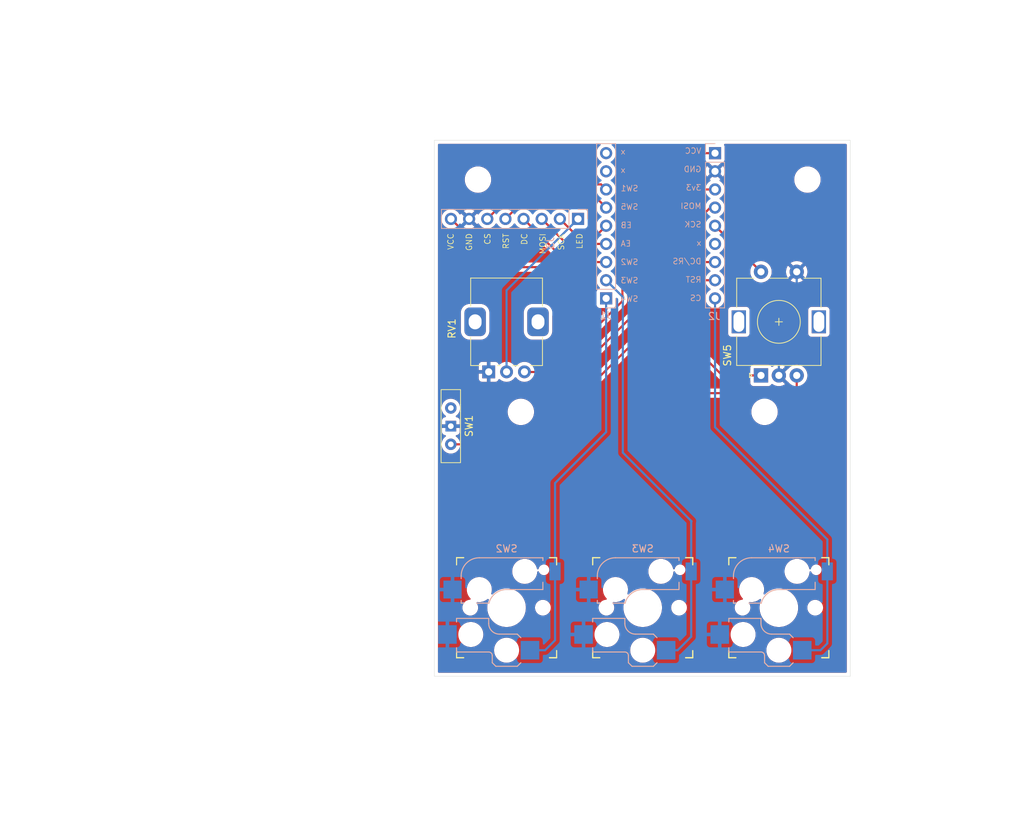
<source format=kicad_pcb>
(kicad_pcb (version 20241229) (generator "pcbnew") (generator_version "9.0")
  (layers (0 "F.Cu" signal) (2 "B.Cu" signal) (13 "F.Paste" user) (15 "B.Paste" user) (5 "F.SilkS" user "F.Silkscreen") (7 "B.SilkS" user "B.Silkscreen") (1 "F.Mask" user) (3 "B.Mask" user) (25 "Edge.Cuts" user))
  (net 0 "")
  (net 1 "GND")
  (net 2 "+5V")
  (net 4 "P5")
  (net 5 "P2")
  (net 6 "RX")
  (net 7 "TX")
  (net 8 "3v3")
  (net 9 "P3")
  (net 10 "P4")
  (net 11 "P7")
  (net 12 "P1")
  (net 13 "P8")
  (net 14 "P13")
  (net 15 "P11")
  (net 16 "P12")
  (net 17 "P9")
  (net 18 "P10")
  (net 19 "P6")
  (net 20 "LED")
  (footprint "MountingHole:MountingHole_3.2mm_M3" (layer "F.Cu") (at 173.9 70)
    (property "Reference" "REF**" (hide yes))
    (property "Value" "MountingHole_3.2mm_M3")
    (pad "" np_thru_hole circle (at 0 0) (size 3.2 3.2) (drill 3.2) (layers "*.Cu" "*.Mask"))
  )
  (footprint "MountingHole:MountingHole_3.2mm_M3" (layer "F.Cu") (at 208 70)
    (property "Reference" "REF**" (hide yes))
    (property "Value" "MountingHole_3.2mm_M3")
    (pad "" np_thru_hole circle (at 0 0) (size 3.2 3.2) (drill 3.2) (layers "*.Cu" "*.Mask"))
  )
  (footprint "MountingHole:MountingHole_3.2mm_M3" (layer "F.Cu") (at 214 37.5)
    (property "Reference" "REF**" (hide yes))
    (property "Value" "MountingHole_3.2mm_M3")
    (pad "" np_thru_hole circle (at 0 0) (size 3.2 3.2) (drill 3.2) (layers "*.Cu" "*.Mask"))
  )
  (footprint "keyswitches:Kailh_socket_MX_PG1350" (layer "F.Cu") (at 210 97.4)
    (property "Reference" "SW4" (at 0 -8.255 0) (layer "B.SilkS") (effects (justify mirror)))
    (property "Value" "Next")
    (fp_line (start -7 -6) (end -7 -7) (stroke (width 0.15)) (layer "F.SilkS"))
    (fp_line (start -7 -6) (end -7 -7) (stroke (width 0.15)) (layer "F.SilkS"))
    (fp_line (start -7 7) (end -7 6) (stroke (width 0.15)) (layer "F.SilkS"))
    (fp_line (start -7 7) (end -7 6) (stroke (width 0.15)) (layer "F.SilkS"))
    (fp_line (start -7 7) (end -6 7) (stroke (width 0.15)) (layer "F.SilkS"))
    (fp_line (start -7 7) (end -6 7) (stroke (width 0.15)) (layer "F.SilkS"))
    (fp_line (start -6 -7) (end -7 -7) (stroke (width 0.15)) (layer "F.SilkS"))
    (fp_line (start -6 -7) (end -7 -7) (stroke (width 0.15)) (layer "F.SilkS"))
    (fp_line (start 6 7) (end 7 7) (stroke (width 0.15)) (layer "F.SilkS"))
    (fp_line (start 6 7) (end 7 7) (stroke (width 0.15)) (layer "F.SilkS"))
    (fp_line (start 7 -7) (end 6 -7) (stroke (width 0.15)) (layer "F.SilkS"))
    (fp_line (start 7 -7) (end 6 -7) (stroke (width 0.15)) (layer "F.SilkS"))
    (fp_line (start 7 -7) (end 7 -6) (stroke (width 0.15)) (layer "F.SilkS"))
    (fp_line (start 7 -7) (end 7 -6) (stroke (width 0.15)) (layer "F.SilkS"))
    (fp_line (start 7 6) (end 7 7) (stroke (width 0.15)) (layer "F.SilkS"))
    (fp_line (start 7 6) (end 7 7) (stroke (width 0.15)) (layer "F.SilkS"))
    (fp_line (start 7 7) (end 6 7) (stroke (width 0.15)) (layer "F.SilkS"))
    (fp_line (start -7 1.5) (end -7 2) (stroke (width 0.15)) (layer "B.SilkS"))
    (fp_line (start -7 5.6) (end -7 6.2) (stroke (width 0.15)) (layer "B.SilkS"))
    (fp_line (start -7 6.2) (end -2.5 6.2) (stroke (width 0.15)) (layer "B.SilkS"))
    (fp_line (start -6.35 -4.445) (end -6.35 -4.064) (stroke (width 0.15)) (layer "B.SilkS"))
    (fp_line (start -6.35 -1.016) (end -6.35 -0.635) (stroke (width 0.15)) (layer "B.SilkS"))
    (fp_line (start -5.969 -0.635) (end -6.35 -0.635) (stroke (width 0.15)) (layer "B.SilkS"))
    (fp_line (start -3.81 -6.985) (end 5.08 -6.985) (stroke (width 0.15)) (layer "B.SilkS"))
    (fp_line (start -2.5 1.5) (end -7 1.5) (stroke (width 0.15)) (layer "B.SilkS"))
    (fp_line (start -2.5 2.2) (end -2.5 1.5) (stroke (width 0.15)) (layer "B.SilkS"))
    (fp_line (start -2.464162 -0.635) (end -4.191 -0.635) (stroke (width 0.15)) (layer "B.SilkS"))
    (fp_line (start -2 6.7) (end -2 7.7) (stroke (width 0.15)) (layer "B.SilkS"))
    (fp_line (start -1.5 8.2) (end -2 7.7) (stroke (width 0.15)) (layer "B.SilkS"))
    (fp_line (start 1.5 3.7) (end -1 3.7) (stroke (width 0.15)) (layer "B.SilkS"))
    (fp_line (start 1.5 8.2) (end -1.5 8.2) (stroke (width 0.15)) (layer "B.SilkS"))
    (fp_line (start 2 4.2) (end 1.5 3.7) (stroke (width 0.15)) (layer "B.SilkS"))
    (fp_line (start 2 7.7) (end 1.5 8.2) (stroke (width 0.15)) (layer "B.SilkS"))
    (fp_line (start 5.08 -6.985) (end 5.08 -6.604) (stroke (width 0.15)) (layer "B.SilkS"))
    (fp_line (start 5.08 -3.556) (end 5.08 -2.54) (stroke (width 0.15)) (layer "B.SilkS"))
    (fp_line (start 5.08 -2.54) (end 0 -2.54) (stroke (width 0.15)) (layer "B.SilkS"))
    (fp_arc (start -6.35 -4.445) (mid -5.606051 -6.241051) (end -3.81 -6.985) (stroke (width 0.15)) (layer "B.SilkS"))
    (fp_arc (start -2.5 6.2) (mid -2.146447 6.346447) (end -2 6.7) (stroke (width 0.15)) (layer "B.SilkS"))
    (fp_arc (start -2.464162 -0.61604) (mid -1.563147 -2.002042) (end 0 -2.54) (stroke (width 0.15)) (layer "B.SilkS"))
    (fp_arc (start -1 3.7) (mid -2.06066 3.26066) (end -2.5 2.2) (stroke (width 0.15)) (layer "B.SilkS"))
    (pad "" np_thru_hole circle (at -5.08 0) (size 1.7018 1.7018) (drill 1.7018) (layers "*.Cu" "*.Mask"))
    (pad "" np_thru_hole circle (at -5 3.75) (size 3 3) (drill 3) (layers "*.Cu" "*.Mask"))
    (pad "" np_thru_hole circle (at -3.81 -2.54) (size 3 3) (drill 3) (layers "*.Cu" "*.Mask"))
    (pad "" np_thru_hole circle (at 0 0) (size 4.9 4.9) (drill 4.9) (layers "*.Cu" "*.Mask"))
    (pad "" np_thru_hole circle (at 0 5.95) (size 3 3) (drill 3) (layers "*.Cu" "*.Mask"))
    (pad "" np_thru_hole circle (at 2.54 -5.08) (size 3 3) (drill 3) (layers "*.Cu" "*.Mask"))
    (pad "" np_thru_hole circle (at 5.08 0) (size 1.7018 1.7018) (drill 1.7018) (layers "*.Cu" "*.Mask"))
    (pad "" np_thru_hole circle (at 5.22 -5.3) (size 0.9906 0.9906) (drill 0.9906) (layers "*.Cu" "*.Mask"))
    (pad "1" smd rect (at 3.275 5.95) (size 2.6 2.6) (layers "B.Cu" "B.Mask" "B.Paste") (net 19 "P6"))
    (pad "1" smd rect (at 6.7825 -5.08) (size 1.565 2.5) (layers "B.Cu" "B.Mask" "B.Paste") (net 19 "P6"))
    (pad "2" smd rect (at -8.275 3.75) (size 2.6 2.6) (layers "B.Cu" "B.Mask" "B.Paste") (net 1 "GND"))
    (pad "2" smd rect (at -7.56 -2.54) (size 2.55 2.5) (layers "B.Cu" "B.Mask" "B.Paste") (net 1 "GND"))
  )
  (footprint "MountingHole:MountingHole_3.2mm_M3" (layer "F.Cu") (at 167.9 37.5)
    (property "Reference" "REF**" (hide yes))
    (property "Value" "MountingHole_3.2mm_M3")
    (pad "" np_thru_hole circle (at 0 0) (size 3.2 3.2) (drill 3.2) (layers "*.Cu" "*.Mask"))
  )
  (footprint "Potentiometer_THT:Potentiometer_Alps_RK09K_Single_Vertical" (layer "F.Cu") (at 169.4 64.4 90)
    (property "Reference" "RV1" (at 6.05 -5.15 90) (layer "F.SilkS"))
    (property "Value" "R_Potentiometer")
    (fp_line (start 13.12 -2.521) (end 13.12 7.52) (stroke (width 0.12)) (layer "F.SilkS"))
    (fp_line (start 9.184 -2.521) (end 13.12 -2.521) (stroke (width 0.12)) (layer "F.SilkS"))
    (fp_line (start 0.88 -2.521) (end 4.817 -2.521) (stroke (width 0.12)) (layer "F.SilkS"))
    (fp_line (start 0.88 -2.521) (end 0.88 -1.2) (stroke (width 0.12)) (layer "F.SilkS"))
    (fp_line (start 0.88 1.25) (end 0.88 1.63) (stroke (width 0.12)) (layer "F.SilkS"))
    (fp_line (start 0.88 3.371) (end 0.88 4.13) (stroke (width 0.12)) (layer "F.SilkS"))
    (fp_line (start 0.88 5.87) (end 0.88 7.52) (stroke (width 0.12)) (layer "F.SilkS"))
    (fp_line (start 9.184 7.52) (end 13.12 7.52) (stroke (width 0.12)) (layer "F.SilkS"))
    (fp_line (start 0.88 7.52) (end 4.817 7.52) (stroke (width 0.12)) (layer "F.SilkS"))
    (pad "1" thru_hole rect (at 0 0 90) (size 1.8 1.8) (drill 1) (layers "*.Cu" "*.Mask") (net 1 "GND"))
    (pad "2" thru_hole circle (at 0 2.5 90) (size 1.8 1.8) (drill 1) (layers "*.Cu" "*.Mask") (net 20 "LED"))
    (pad "3" thru_hole circle (at 0 5 90) (size 1.8 1.8) (drill 1) (layers "*.Cu" "*.Mask") (net 8 "3v3"))
    (pad "MP" thru_hole roundrect (at 7 -1.9 90) (size 4 3) (drill oval 2.1 1.8) (layers "*.Cu" "*.Mask"))
    (pad "MP" thru_hole roundrect (at 7 6.9 90) (size 4 3) (drill oval 2.1 1.8) (layers "*.Cu" "*.Mask"))
  )
  (footprint "keyswitches:Kailh_socket_MX_PG1350" (layer "F.Cu") (at 190.95 97.4)
    (property "Reference" "SW3" (at 0 -8.255 0) (layer "B.SilkS") (effects (justify mirror)))
    (property "Value" "Play/Pause")
    (fp_line (start -7 -6) (end -7 -7) (stroke (width 0.15)) (layer "F.SilkS"))
    (fp_line (start -7 -6) (end -7 -7) (stroke (width 0.15)) (layer "F.SilkS"))
    (fp_line (start -7 7) (end -7 6) (stroke (width 0.15)) (layer "F.SilkS"))
    (fp_line (start -7 7) (end -7 6) (stroke (width 0.15)) (layer "F.SilkS"))
    (fp_line (start -7 7) (end -6 7) (stroke (width 0.15)) (layer "F.SilkS"))
    (fp_line (start -7 7) (end -6 7) (stroke (width 0.15)) (layer "F.SilkS"))
    (fp_line (start -6 -7) (end -7 -7) (stroke (width 0.15)) (layer "F.SilkS"))
    (fp_line (start -6 -7) (end -7 -7) (stroke (width 0.15)) (layer "F.SilkS"))
    (fp_line (start 6 7) (end 7 7) (stroke (width 0.15)) (layer "F.SilkS"))
    (fp_line (start 6 7) (end 7 7) (stroke (width 0.15)) (layer "F.SilkS"))
    (fp_line (start 7 -7) (end 6 -7) (stroke (width 0.15)) (layer "F.SilkS"))
    (fp_line (start 7 -7) (end 6 -7) (stroke (width 0.15)) (layer "F.SilkS"))
    (fp_line (start 7 -7) (end 7 -6) (stroke (width 0.15)) (layer "F.SilkS"))
    (fp_line (start 7 -7) (end 7 -6) (stroke (width 0.15)) (layer "F.SilkS"))
    (fp_line (start 7 6) (end 7 7) (stroke (width 0.15)) (layer "F.SilkS"))
    (fp_line (start 7 6) (end 7 7) (stroke (width 0.15)) (layer "F.SilkS"))
    (fp_line (start 7 7) (end 6 7) (stroke (width 0.15)) (layer "F.SilkS"))
    (fp_line (start -7 1.5) (end -7 2) (stroke (width 0.15)) (layer "B.SilkS"))
    (fp_line (start -7 5.6) (end -7 6.2) (stroke (width 0.15)) (layer "B.SilkS"))
    (fp_line (start -7 6.2) (end -2.5 6.2) (stroke (width 0.15)) (layer "B.SilkS"))
    (fp_line (start -6.35 -4.445) (end -6.35 -4.064) (stroke (width 0.15)) (layer "B.SilkS"))
    (fp_line (start -6.35 -1.016) (end -6.35 -0.635) (stroke (width 0.15)) (layer "B.SilkS"))
    (fp_line (start -5.969 -0.635) (end -6.35 -0.635) (stroke (width 0.15)) (layer "B.SilkS"))
    (fp_line (start -3.81 -6.985) (end 5.08 -6.985) (stroke (width 0.15)) (layer "B.SilkS"))
    (fp_line (start -2.5 1.5) (end -7 1.5) (stroke (width 0.15)) (layer "B.SilkS"))
    (fp_line (start -2.5 2.2) (end -2.5 1.5) (stroke (width 0.15)) (layer "B.SilkS"))
    (fp_line (start -2.464162 -0.635) (end -4.191 -0.635) (stroke (width 0.15)) (layer "B.SilkS"))
    (fp_line (start -2 6.7) (end -2 7.7) (stroke (width 0.15)) (layer "B.SilkS"))
    (fp_line (start -1.5 8.2) (end -2 7.7) (stroke (width 0.15)) (layer "B.SilkS"))
    (fp_line (start 1.5 3.7) (end -1 3.7) (stroke (width 0.15)) (layer "B.SilkS"))
    (fp_line (start 1.5 8.2) (end -1.5 8.2) (stroke (width 0.15)) (layer "B.SilkS"))
    (fp_line (start 2 4.2) (end 1.5 3.7) (stroke (width 0.15)) (layer "B.SilkS"))
    (fp_line (start 2 7.7) (end 1.5 8.2) (stroke (width 0.15)) (layer "B.SilkS"))
    (fp_line (start 5.08 -6.985) (end 5.08 -6.604) (stroke (width 0.15)) (layer "B.SilkS"))
    (fp_line (start 5.08 -3.556) (end 5.08 -2.54) (stroke (width 0.15)) (layer "B.SilkS"))
    (fp_line (start 5.08 -2.54) (end 0 -2.54) (stroke (width 0.15)) (layer "B.SilkS"))
    (fp_arc (start -6.35 -4.445) (mid -5.606051 -6.241051) (end -3.81 -6.985) (stroke (width 0.15)) (layer "B.SilkS"))
    (fp_arc (start -2.5 6.2) (mid -2.146447 6.346447) (end -2 6.7) (stroke (width 0.15)) (layer "B.SilkS"))
    (fp_arc (start -2.464162 -0.61604) (mid -1.563147 -2.002042) (end 0 -2.54) (stroke (width 0.15)) (layer "B.SilkS"))
    (fp_arc (start -1 3.7) (mid -2.06066 3.26066) (end -2.5 2.2) (stroke (width 0.15)) (layer "B.SilkS"))
    (pad "" np_thru_hole circle (at -5.08 0) (size 1.7018 1.7018) (drill 1.7018) (layers "*.Cu" "*.Mask"))
    (pad "" np_thru_hole circle (at -5 3.75) (size 3 3) (drill 3) (layers "*.Cu" "*.Mask"))
    (pad "" np_thru_hole circle (at -3.81 -2.54) (size 3 3) (drill 3) (layers "*.Cu" "*.Mask"))
    (pad "" np_thru_hole circle (at 0 0) (size 4.9 4.9) (drill 4.9) (layers "*.Cu" "*.Mask"))
    (pad "" np_thru_hole circle (at 0 5.95) (size 3 3) (drill 3) (layers "*.Cu" "*.Mask"))
    (pad "" np_thru_hole circle (at 2.54 -5.08) (size 3 3) (drill 3) (layers "*.Cu" "*.Mask"))
    (pad "" np_thru_hole circle (at 5.08 0) (size 1.7018 1.7018) (drill 1.7018) (layers "*.Cu" "*.Mask"))
    (pad "" np_thru_hole circle (at 5.22 -5.3) (size 0.9906 0.9906) (drill 0.9906) (layers "*.Cu" "*.Mask"))
    (pad "1" smd rect (at 3.275 5.95) (size 2.6 2.6) (layers "B.Cu" "B.Mask" "B.Paste") (net 13 "P8"))
    (pad "1" smd rect (at 6.7825 -5.08) (size 1.565 2.5) (layers "B.Cu" "B.Mask" "B.Paste") (net 13 "P8"))
    (pad "2" smd rect (at -8.275 3.75) (size 2.6 2.6) (layers "B.Cu" "B.Mask" "B.Paste") (net 1 "GND"))
    (pad "2" smd rect (at -7.56 -2.54) (size 2.55 2.5) (layers "B.Cu" "B.Mask" "B.Paste") (net 1 "GND"))
  )
  (footprint "Rotary_Encoder:RotaryEncoder_Alps_EC11E-Switch_Vertical_H20mm" (layer "F.Cu") (at 207.5 64.9 90)
    (property "Reference" "SW5" (at 2.8 -4.7 90) (layer "F.SilkS"))
    (property "Value" "RotaryEncoder_Switch")
    (fp_line (start 13.6 -3.4) (end 13.6 -1) (stroke (width 0.12)) (layer "F.SilkS"))
    (fp_line (start 9.5 -3.4) (end 13.6 -3.4) (stroke (width 0.12)) (layer "F.SilkS"))
    (fp_line (start 5.5 -3.4) (end 1.4 -3.4) (stroke (width 0.12)) (layer "F.SilkS"))
    (fp_line (start 1.4 -3.4) (end 1.4 8.4) (stroke (width 0.12)) (layer "F.SilkS"))
    (fp_line (start 0.3 -1.6) (end 0 -1.3) (stroke (width 0.12)) (layer "F.SilkS"))
    (fp_line (start -0.3 -1.6) (end 0.3 -1.6) (stroke (width 0.12)) (layer "F.SilkS"))
    (fp_line (start 0 -1.3) (end -0.3 -1.6) (stroke (width 0.12)) (layer "F.SilkS"))
    (fp_line (start 13.6 1.2) (end 13.6 3.8) (stroke (width 0.12)) (layer "F.SilkS"))
    (fp_line (start 7.5 2) (end 7.5 3) (stroke (width 0.12)) (layer "F.SilkS"))
    (fp_line (start 7 2.5) (end 8 2.5) (stroke (width 0.12)) (layer "F.SilkS"))
    (fp_line (start 13.6 6) (end 13.6 8.4) (stroke (width 0.12)) (layer "F.SilkS"))
    (fp_line (start 13.6 8.4) (end 9.5 8.4) (stroke (width 0.12)) (layer "F.SilkS"))
    (fp_line (start 5.5 8.4) (end 1.4 8.4) (stroke (width 0.12)) (layer "F.SilkS"))
    (fp_circle (center 7.5 2.5) (end 10.5 2.5) (stroke (width 0.12)) (fill no) (layer "F.SilkS"))
    (pad "A" thru_hole rect (at 0 0 90) (size 2 2) (drill 1) (layers "*.Cu" "*.Mask") (net 4 "P5"))
    (pad "B" thru_hole circle (at 0 5 90) (size 2 2) (drill 1) (layers "*.Cu" "*.Mask") (net 10 "P4"))
    (pad "C" thru_hole circle (at 0 2.5 90) (size 2 2) (drill 1) (layers "*.Cu" "*.Mask") (net 1 "GND"))
    (pad "MP" thru_hole rect (at 7.5 -3.1 90) (size 3.2 2) (drill oval 2.8 1.5) (layers "*.Cu" "*.Mask"))
    (pad "MP" thru_hole rect (at 7.5 8.1 90) (size 3.2 2) (drill oval 2.8 1.5) (layers "*.Cu" "*.Mask"))
    (pad "S1" thru_hole circle (at 14.5 5 90) (size 2 2) (drill 1) (layers "*.Cu" "*.Mask") (net 1 "GND"))
    (pad "S2" thru_hole circle (at 14.5 0 90) (size 2 2) (drill 1) (layers "*.Cu" "*.Mask") (net 5 "P2"))
  )
  (footprint "Button_Switch_THT:SW_Slide-03_Wuerth-WS-SLTV_10x2.5x6.4_P2.54mm" (layer "F.Cu") (at 164.1 72 90)
    (property "Reference" "SW1" (at 0.02 2.55 90) (layer "F.SilkS"))
    (property "Value" "Orientation")
    (fp_rect (start -5.11 -1.36) (end 5.11 1.36) (stroke (width 0.12)) (fill no) (layer "F.SilkS"))
    (pad "1" thru_hole rect (at 0 0 90) (size 1.5 1.5) (drill 0.8) (layers "*.Cu" "*.Mask") (net 1 "GND"))
    (pad "2" thru_hole circle (at -2.54 0 90) (size 1.6 1.6) (drill 0.8) (layers "*.Cu" "*.Mask") (net 12 "P1"))
    (pad "3" thru_hole circle (at 2.54 0 90) (size 1.6 1.6) (drill 0.8) (layers "*.Cu" "*.Mask"))
  )
  (footprint "keyswitches:Kailh_socket_MX_PG1350" (layer "F.Cu") (at 171.9 97.4)
    (property "Reference" "SW2" (at 0 -8.255 0) (layer "B.SilkS") (effects (justify mirror)))
    (property "Value" "Prev")
    (fp_line (start -7 -6) (end -7 -7) (stroke (width 0.15)) (layer "F.SilkS"))
    (fp_line (start -7 -6) (end -7 -7) (stroke (width 0.15)) (layer "F.SilkS"))
    (fp_line (start -7 7) (end -7 6) (stroke (width 0.15)) (layer "F.SilkS"))
    (fp_line (start -7 7) (end -7 6) (stroke (width 0.15)) (layer "F.SilkS"))
    (fp_line (start -7 7) (end -6 7) (stroke (width 0.15)) (layer "F.SilkS"))
    (fp_line (start -7 7) (end -6 7) (stroke (width 0.15)) (layer "F.SilkS"))
    (fp_line (start -6 -7) (end -7 -7) (stroke (width 0.15)) (layer "F.SilkS"))
    (fp_line (start -6 -7) (end -7 -7) (stroke (width 0.15)) (layer "F.SilkS"))
    (fp_line (start 6 7) (end 7 7) (stroke (width 0.15)) (layer "F.SilkS"))
    (fp_line (start 6 7) (end 7 7) (stroke (width 0.15)) (layer "F.SilkS"))
    (fp_line (start 7 -7) (end 6 -7) (stroke (width 0.15)) (layer "F.SilkS"))
    (fp_line (start 7 -7) (end 6 -7) (stroke (width 0.15)) (layer "F.SilkS"))
    (fp_line (start 7 -7) (end 7 -6) (stroke (width 0.15)) (layer "F.SilkS"))
    (fp_line (start 7 -7) (end 7 -6) (stroke (width 0.15)) (layer "F.SilkS"))
    (fp_line (start 7 6) (end 7 7) (stroke (width 0.15)) (layer "F.SilkS"))
    (fp_line (start 7 6) (end 7 7) (stroke (width 0.15)) (layer "F.SilkS"))
    (fp_line (start 7 7) (end 6 7) (stroke (width 0.15)) (layer "F.SilkS"))
    (fp_line (start -7 1.5) (end -7 2) (stroke (width 0.15)) (layer "B.SilkS"))
    (fp_line (start -7 5.6) (end -7 6.2) (stroke (width 0.15)) (layer "B.SilkS"))
    (fp_line (start -7 6.2) (end -2.5 6.2) (stroke (width 0.15)) (layer "B.SilkS"))
    (fp_line (start -6.35 -4.445) (end -6.35 -4.064) (stroke (width 0.15)) (layer "B.SilkS"))
    (fp_line (start -6.35 -1.016) (end -6.35 -0.635) (stroke (width 0.15)) (layer "B.SilkS"))
    (fp_line (start -5.969 -0.635) (end -6.35 -0.635) (stroke (width 0.15)) (layer "B.SilkS"))
    (fp_line (start -3.81 -6.985) (end 5.08 -6.985) (stroke (width 0.15)) (layer "B.SilkS"))
    (fp_line (start -2.5 1.5) (end -7 1.5) (stroke (width 0.15)) (layer "B.SilkS"))
    (fp_line (start -2.5 2.2) (end -2.5 1.5) (stroke (width 0.15)) (layer "B.SilkS"))
    (fp_line (start -2.464162 -0.635) (end -4.191 -0.635) (stroke (width 0.15)) (layer "B.SilkS"))
    (fp_line (start -2 6.7) (end -2 7.7) (stroke (width 0.15)) (layer "B.SilkS"))
    (fp_line (start -1.5 8.2) (end -2 7.7) (stroke (width 0.15)) (layer "B.SilkS"))
    (fp_line (start 1.5 3.7) (end -1 3.7) (stroke (width 0.15)) (layer "B.SilkS"))
    (fp_line (start 1.5 8.2) (end -1.5 8.2) (stroke (width 0.15)) (layer "B.SilkS"))
    (fp_line (start 2 4.2) (end 1.5 3.7) (stroke (width 0.15)) (layer "B.SilkS"))
    (fp_line (start 2 7.7) (end 1.5 8.2) (stroke (width 0.15)) (layer "B.SilkS"))
    (fp_line (start 5.08 -6.985) (end 5.08 -6.604) (stroke (width 0.15)) (layer "B.SilkS"))
    (fp_line (start 5.08 -3.556) (end 5.08 -2.54) (stroke (width 0.15)) (layer "B.SilkS"))
    (fp_line (start 5.08 -2.54) (end 0 -2.54) (stroke (width 0.15)) (layer "B.SilkS"))
    (fp_arc (start -6.35 -4.445) (mid -5.606051 -6.241051) (end -3.81 -6.985) (stroke (width 0.15)) (layer "B.SilkS"))
    (fp_arc (start -2.5 6.2) (mid -2.146447 6.346447) (end -2 6.7) (stroke (width 0.15)) (layer "B.SilkS"))
    (fp_arc (start -2.464162 -0.61604) (mid -1.563147 -2.002042) (end 0 -2.54) (stroke (width 0.15)) (layer "B.SilkS"))
    (fp_arc (start -1 3.7) (mid -2.06066 3.26066) (end -2.5 2.2) (stroke (width 0.15)) (layer "B.SilkS"))
    (pad "" np_thru_hole circle (at -5.08 0) (size 1.7018 1.7018) (drill 1.7018) (layers "*.Cu" "*.Mask"))
    (pad "" np_thru_hole circle (at -5 3.75) (size 3 3) (drill 3) (layers "*.Cu" "*.Mask"))
    (pad "" np_thru_hole circle (at -3.81 -2.54) (size 3 3) (drill 3) (layers "*.Cu" "*.Mask"))
    (pad "" np_thru_hole circle (at 0 0) (size 4.9 4.9) (drill 4.9) (layers "*.Cu" "*.Mask"))
    (pad "" np_thru_hole circle (at 0 5.95) (size 3 3) (drill 3) (layers "*.Cu" "*.Mask"))
    (pad "" np_thru_hole circle (at 2.54 -5.08) (size 3 3) (drill 3) (layers "*.Cu" "*.Mask"))
    (pad "" np_thru_hole circle (at 5.08 0) (size 1.7018 1.7018) (drill 1.7018) (layers "*.Cu" "*.Mask"))
    (pad "" np_thru_hole circle (at 5.22 -5.3) (size 0.9906 0.9906) (drill 0.9906) (layers "*.Cu" "*.Mask"))
    (pad "1" smd rect (at 3.275 5.95) (size 2.6 2.6) (layers "B.Cu" "B.Mask" "B.Paste") (net 11 "P7"))
    (pad "1" smd rect (at 6.7825 -5.08) (size 1.565 2.5) (layers "B.Cu" "B.Mask" "B.Paste") (net 11 "P7"))
    (pad "2" smd rect (at -8.275 3.75) (size 2.6 2.6) (layers "B.Cu" "B.Mask" "B.Paste") (net 1 "GND"))
    (pad "2" smd rect (at -7.56 -2.54) (size 2.55 2.5) (layers "B.Cu" "B.Mask" "B.Paste") (net 1 "GND"))
  )
  (footprint "Connector_PinSocket_2.54mm:PinSocket_1x08_P2.54mm_Vertical" (layer "B.Cu") (at 181.9 43 90)
    (property "Reference" "J3" (at -3.38 -3.85 90) (layer "B.SilkS") (effects (justify mirror)))
    (property "Value" "Display")
    (fp_line (start -1.33 -19.11) (end 1.33 -19.11) (stroke (width 0.12)) (layer "B.SilkS"))
    (fp_line (start 1.33 -1.27) (end 1.33 -19.11) (stroke (width 0.12)) (layer "B.SilkS"))
    (fp_line (start -1.33 -1.27) (end -1.33 -19.11) (stroke (width 0.12)) (layer "B.SilkS"))
    (fp_line (start -1.33 -1.27) (end 1.33 -1.27) (stroke (width 0.12)) (layer "B.SilkS"))
    (fp_line (start 1.33 1.33) (end 1.33 0) (stroke (width 0.12)) (layer "B.SilkS"))
    (fp_line (start 0 1.33) (end 1.33 1.33) (stroke (width 0.12)) (layer "B.SilkS"))
    (pad "1" thru_hole rect (at 0 0 90) (size 1.7 1.7) (drill 1) (layers "*.Cu" "*.Mask") (net 20 "LED"))
    (pad "2" thru_hole circle (at 0 -2.54 90) (size 1.7 1.7) (drill 1) (layers "*.Cu" "*.Mask") (net 15 "P11"))
    (pad "3" thru_hole circle (at 0 -5.08 90) (size 1.7 1.7) (drill 1) (layers "*.Cu" "*.Mask") (net 18 "P10"))
    (pad "4" thru_hole circle (at 0 -7.62 90) (size 1.7 1.7) (drill 1) (layers "*.Cu" "*.Mask") (net 17 "P9"))
    (pad "5" thru_hole circle (at 0 -10.16 90) (size 1.7 1.7) (drill 1) (layers "*.Cu" "*.Mask") (net 16 "P12"))
    (pad "6" thru_hole circle (at 0 -12.7 90) (size 1.7 1.7) (drill 1) (layers "*.Cu" "*.Mask") (net 14 "P13"))
    (pad "7" thru_hole circle (at 0 -15.24 90) (size 1.7 1.7) (drill 1) (layers "*.Cu" "*.Mask") (net 1 "GND"))
    (pad "8" thru_hole circle (at 0 -17.78 90) (size 1.7 1.7) (drill 1) (layers "*.Cu" "*.Mask") (net 2 "+5V"))
  )
  (footprint "Connector_PinSocket_2.54mm:PinSocket_1x09_P2.54mm_Vertical" (layer "B.Cu") (at 201.07 33.8 180)
    (property "Reference" "J2" (at 0.12 -22.82 180) (layer "B.SilkS") (effects (justify mirror)))
    (property "Value" "MCUDisplay")
    (fp_line (start 1.33 1.33) (end 1.33 0) (stroke (width 0.12)) (layer "B.SilkS"))
    (fp_line (start 1.33 -1.27) (end 1.33 -21.65) (stroke (width 0.12)) (layer "B.SilkS"))
    (fp_line (start 0 1.33) (end 1.33 1.33) (stroke (width 0.12)) (layer "B.SilkS"))
    (fp_line (start -1.33 -1.27) (end 1.33 -1.27) (stroke (width 0.12)) (layer "B.SilkS"))
    (fp_line (start -1.33 -1.27) (end -1.33 -21.65) (stroke (width 0.12)) (layer "B.SilkS"))
    (fp_line (start -1.33 -21.65) (end 1.33 -21.65) (stroke (width 0.12)) (layer "B.SilkS"))
    (pad "1" thru_hole rect (at 0 0 180) (size 1.7 1.7) (drill 1) (layers "*.Cu" "*.Mask") (net 2 "+5V"))
    (pad "2" thru_hole circle (at 0 -2.54 180) (size 1.7 1.7) (drill 1) (layers "*.Cu" "*.Mask") (net 1 "GND"))
    (pad "3" thru_hole circle (at 0 -5.08 180) (size 1.7 1.7) (drill 1) (layers "*.Cu" "*.Mask") (net 8 "3v3"))
    (pad "4" thru_hole circle (at 0 -7.62 180) (size 1.7 1.7) (drill 1) (layers "*.Cu" "*.Mask") (net 12 "P1"))
    (pad "5" thru_hole circle (at 0 -10.16 180) (size 1.7 1.7) (drill 1) (layers "*.Cu" "*.Mask") (net 5 "P2"))
    (pad "6" thru_hole circle (at 0 -12.7 180) (size 1.7 1.7) (drill 1) (layers "*.Cu" "*.Mask") (net 9 "P3"))
    (pad "7" thru_hole circle (at 0 -15.24 180) (size 1.7 1.7) (drill 1) (layers "*.Cu" "*.Mask") (net 10 "P4"))
    (pad "8" thru_hole circle (at 0 -17.78 180) (size 1.7 1.7) (drill 1) (layers "*.Cu" "*.Mask") (net 4 "P5"))
    (pad "9" thru_hole circle (at 0 -20.32 180) (size 1.7 1.7) (drill 1) (layers "*.Cu" "*.Mask") (net 19 "P6"))
  )
  (footprint "Connector_PinSocket_2.54mm:PinSocket_1x09_P2.54mm_Vertical" (layer "B.Cu") (at 185.83 54.12)
    (property "Reference" "J1" (at -0.05 2.39 180) (layer "B.SilkS") (effects (justify mirror)))
    (property "Value" "IO")
    (fp_line (start -1.33 -21.65) (end 1.33 -21.65) (stroke (width 0.12)) (layer "B.SilkS"))
    (fp_line (start -1.33 -1.27) (end -1.33 -21.65) (stroke (width 0.12)) (layer "B.SilkS"))
    (fp_line (start -1.33 -1.27) (end 1.33 -1.27) (stroke (width 0.12)) (layer "B.SilkS"))
    (fp_line (start 0 1.33) (end 1.33 1.33) (stroke (width 0.12)) (layer "B.SilkS"))
    (fp_line (start 1.33 -1.27) (end 1.33 -21.65) (stroke (width 0.12)) (layer "B.SilkS"))
    (fp_line (start 1.33 1.33) (end 1.33 0) (stroke (width 0.12)) (layer "B.SilkS"))
    (pad "1" thru_hole rect (at 0 0) (size 1.7 1.7) (drill 1) (layers "*.Cu" "*.Mask") (net 11 "P7"))
    (pad "2" thru_hole circle (at 0 -2.54) (size 1.7 1.7) (drill 1) (layers "*.Cu" "*.Mask") (net 13 "P8"))
    (pad "3" thru_hole circle (at 0 -5.08) (size 1.7 1.7) (drill 1) (layers "*.Cu" "*.Mask") (net 17 "P9"))
    (pad "4" thru_hole circle (at 0 -7.62) (size 1.7 1.7) (drill 1) (layers "*.Cu" "*.Mask") (net 18 "P10"))
    (pad "5" thru_hole circle (at 0 -10.16) (size 1.7 1.7) (drill 1) (layers "*.Cu" "*.Mask") (net 15 "P11"))
    (pad "6" thru_hole circle (at 0 -12.7) (size 1.7 1.7) (drill 1) (layers "*.Cu" "*.Mask") (net 16 "P12"))
    (pad "7" thru_hole circle (at 0 -15.24) (size 1.7 1.7) (drill 1) (layers "*.Cu" "*.Mask") (net 14 "P13"))
    (pad "8" thru_hole circle (at 0 -17.78) (size 1.7 1.7) (drill 1) (layers "*.Cu" "*.Mask") (net 6 "RX"))
    (pad "9" thru_hole circle (at 0 -20.32) (size 1.7 1.7) (drill 1) (layers "*.Cu" "*.Mask") (net 7 "TX"))
  )
  (gr_rect (start 161.8 32) (end 220 107) (stroke (width 0.05)) (fill no) (layer "Edge.Cuts"))
  (gr_text "VCC\n\nGND\n\nCS\n\nRST\n\nDC\n\nMOSI\n\nSCK\n\nLED" (at 182.586895 44.96 90) (layer "F.SilkS") (effects (font (size 0.8 0.8) (thickness 0.1)) (justify right bottom)))
  (gr_text "x\n\nx\n\nSW1\n\nSW5\n\nEB\n\nEA\n\nSW2\n\nSW3\n\nSW4" (at 187.81 54.65 0) (layer "B.SilkS") (effects (font (size 0.8 0.8) (thickness 0.1)) (justify right bottom mirror)))
  (gr_text "VCC\n\nGND\n\n3v3\n\nMOSI\n\nSCK\n\nx\n\nDC/RS\n\nRST\n\nCS" (at 199.21 54.55 0) (layer "B.SilkS") (effects (font (size 0.8 0.8) (thickness 0.1)) (justify left bottom mirror)))
  (segment (start 210 58.12) (end 212.5 55.62) (width 0.3) (layer "B.Cu") (net 1))
  (segment (start 212.5 55.62) (end 212.5 50.4) (width 0.3) (layer "B.Cu") (net 1))
  (segment (start 210 64.9) (end 210 58.12) (width 0.3) (layer "B.Cu") (net 1))
  (segment (start 179.06 51.94) (end 179.06 56.14) (width 0.3) (layer "F.Cu") (net 2))
  (segment (start 188.11 54.5) (end 188.11 39.22) (width 0.3) (layer "F.Cu") (net 2))
  (segment (start 170.87 49.75) (end 176.87 49.75) (width 0.3) (layer "F.Cu") (net 2))
  (segment (start 164.12 43.3) (end 164.42 43.3) (width 0.3) (layer "F.Cu") (net 2))
  (segment (start 188.11 39.22) (end 193.53 33.8) (width 0.3) (layer "F.Cu") (net 2))
  (segment (start 176.87 49.75) (end 179.06 51.94) (width 0.3) (layer "F.Cu") (net 2))
  (segment (start 193.53 33.8) (end 201.07 33.8) (width 0.3) (layer "F.Cu") (net 2))
  (segment (start 164.42 43.3) (end 170.87 49.75) (width 0.3) (layer "F.Cu") (net 2))
  (segment (start 181.23 58.31) (end 184.3 58.31) (width 0.3) (layer "F.Cu") (net 2))
  (segment (start 179.06 56.14) (end 181.23 58.31) (width 0.3) (layer "F.Cu") (net 2))
  (segment (start 184.3 58.31) (end 188.11 54.5) (width 0.3) (layer "F.Cu") (net 2))
  (segment (start 198.57 51.58) (end 201.07 51.58) (width 0.3) (layer "F.Cu") (net 4))
  (segment (start 202.09 64.9) (end 194.51 57.32) (width 0.3) (layer "F.Cu") (net 4))
  (segment (start 194.51 57.32) (end 194.51 55.64) (width 0.3) (layer "F.Cu") (net 4))
  (segment (start 207.5 64.9) (end 202.09 64.9) (width 0.3) (layer "F.Cu") (net 4))
  (segment (start 194.51 55.64) (end 198.57 51.58) (width 0.3) (layer "F.Cu") (net 4))
  (segment (start 207.5 50.4) (end 201.06 43.96) (width 0.3) (layer "F.Cu") (net 5))
  (segment (start 190.56 46.89) (end 198.57 38.88) (width 0.3) (layer "F.Cu") (net 8))
  (segment (start 198.57 38.88) (end 201.07 38.88) (width 0.3) (layer "F.Cu") (net 8))
  (segment (start 174.42 64.42) (end 181.64 64.42) (width 0.3) (layer "F.Cu") (net 8))
  (segment (start 190.56 55.5) (end 190.56 46.89) (width 0.3) (layer "F.Cu") (net 8))
  (segment (start 181.64 64.42) (end 190.56 55.5) (width 0.3) (layer "F.Cu") (net 8))
  (segment (start 174.4 64.4) (end 174.42 64.42) (width 0.3) (layer "F.Cu") (net 8))
  (segment (start 192.75 54.86) (end 198.57 49.04) (width 0.3) (layer "F.Cu") (net 10))
  (segment (start 198.51 67.38) (end 192.75 61.62) (width 0.3) (layer "F.Cu") (net 10))
  (segment (start 198.57 49.04) (end 201.07 49.04) (width 0.3) (layer "F.Cu") (net 10))
  (segment (start 212.5 64.9) (end 212.5 67.13) (width 0.3) (layer "F.Cu") (net 10))
  (segment (start 192.75 61.62) (end 192.75 54.86) (width 0.3) (layer "F.Cu") (net 10))
  (segment (start 212.25 67.38) (end 198.51 67.38) (width 0.3) (layer "F.Cu") (net 10))
  (segment (start 212.5 67.13) (end 212.25 67.38) (width 0.3) (layer "F.Cu") (net 10))
  (segment (start 185.83 72.82) (end 185.83 54.12) (width 0.3) (layer "B.Cu") (net 11))
  (segment (start 178.6825 92.32) (end 178.6825 79.9675) (width 0.3) (layer "B.Cu") (net 11))
  (segment (start 177.29 103.35) (end 178.6825 101.9575) (width 0.3) (layer "B.Cu") (net 11))
  (segment (start 178.6825 101.9575) (end 178.6825 92.32) (width 0.3) (layer "B.Cu") (net 11))
  (segment (start 175.175 103.35) (end 177.29 103.35) (width 0.3) (layer "B.Cu") (net 11))
  (segment (start 178.6825 79.9675) (end 185.83 72.82) (width 0.3) (layer "B.Cu") (net 11))
  (segment (start 191.7 58.29) (end 175.45 74.54) (width 0.3) (layer "F.Cu") (net 12))
  (segment (start 200.401479 41.42) (end 191.7 50.121479) (width 0.3) (layer "F.Cu") (net 12))
  (segment (start 201.07 41.42) (end 200.401479 41.42) (width 0.3) (layer "F.Cu") (net 12))
  (segment (start 175.45 74.54) (end 164.1 74.54) (width 0.3) (layer "F.Cu") (net 12))
  (segment (start 191.7 50.121479) (end 191.7 58.29) (width 0.3) (layer "F.Cu") (net 12))
  (segment (start 197.78 85.31) (end 188.17 75.7) (width 0.3) (layer "B.Cu") (net 13))
  (segment (start 195.84 103.35) (end 197.7325 101.4575) (width 0.3) (layer "B.Cu") (net 13))
  (segment (start 188.17 53.92) (end 185.83 51.58) (width 0.3) (layer "B.Cu") (net 13))
  (segment (start 194.225 103.35) (end 195.84 103.35) (width 0.3) (layer "B.Cu") (net 13))
  (segment (start 197.7325 85.3575) (end 197.78 85.31) (width 0.3) (layer "B.Cu") (net 13))
  (segment (start 188.17 75.7) (end 188.17 53.92) (width 0.3) (layer "B.Cu") (net 13))
  (segment (start 197.7325 92.32) (end 197.7325 85.3575) (width 0.3) (layer "B.Cu") (net 13))
  (segment (start 197.7325 101.4575) (end 197.7325 92.32) (width 0.3) (layer "B.Cu") (net 13))
  (segment (start 174.03 38.17) (end 169.2 43) (width 0.3) (layer "F.Cu") (net 14))
  (segment (start 185.83 38.88) (end 185.12 38.17) (width 0.3) (layer "F.Cu") (net 14))
  (segment (start 185.12 38.17) (end 174.03 38.17) (width 0.3) (layer "F.Cu") (net 14))
  (segment (start 179.36 43) (end 181.94 45.58) (width 0.3) (layer "F.Cu") (net 15))
  (segment (start 184.21 45.58) (end 185.83 43.96) (width 0.3) (layer "F.Cu") (net 15))
  (segment (start 181.94 45.58) (end 184.21 45.58) (width 0.3) (layer "F.Cu") (net 15))
  (segment (start 184.3 39.89) (end 174.85 39.89) (width 0.3) (layer "F.Cu") (net 16))
  (segment (start 174.85 39.89) (end 171.74 43) (width 0.3) (layer "F.Cu") (net 16))
  (segment (start 185.83 41.42) (end 184.3 39.89) (width 0.3) (layer "F.Cu") (net 16))
  (segment (start 174.28 43) (end 180.32 49.04) (width 0.3) (layer "F.Cu") (net 17))
  (segment (start 180.32 49.04) (end 185.83 49.04) (width 0.3) (layer "F.Cu") (net 17))
  (segment (start 180.32 46.5) (end 185.83 46.5) (width 0.3) (layer "F.Cu") (net 18))
  (segment (start 176.82 43) (end 180.32 46.5) (width 0.3) (layer "F.Cu") (net 18))
  (segment (start 213.275 103.35) (end 215.83 103.35) (width 0.3) (layer "B.Cu") (net 19))
  (segment (start 216.7825 87.8525) (end 201.07 72.14) (width 0.3) (layer "B.Cu") (net 19))
  (segment (start 201.07 72.14) (end 201.07 54.12) (width 0.3) (layer "B.Cu") (net 19))
  (segment (start 216.7825 102.3975) (end 216.7825 92.32) (width 0.3) (layer "B.Cu") (net 19))
  (segment (start 215.83 103.35) (end 216.7825 102.3975) (width 0.3) (layer "B.Cu") (net 19))
  (segment (start 216.7825 92.32) (end 216.7825 87.8525) (width 0.3) (layer "B.Cu") (net 19))
  (segment (start 171.9 53) (end 181.9 43) (width 0.3) (layer "B.Cu") (net 20))
  (segment (start 171.9 64.4) (end 171.9 53) (width 0.3) (layer "B.Cu") (net 20))
  (zone (net 1) (net_name "GND") (layers "F.Cu" "B.Cu") (connect_pads (clearance 0.5)) (min_thickness 0.25) (fill yes (thermal_gap 0.5) (thermal_bridge_width 0.5))
    (polygon (pts (xy 101.02 13.49) (xy 244.24 12.37) (xy 244.32 126.93) (xy 103.32 129.47)))
  )
)
</source>
